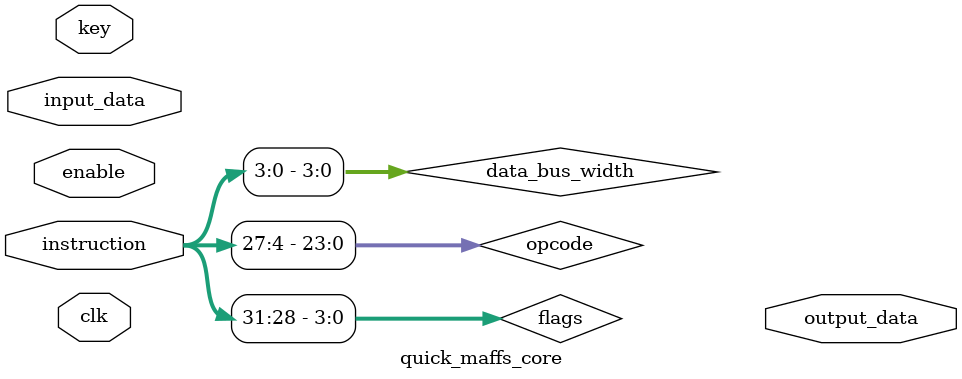
<source format=v>
`timescale 1ns / 1ps




module quick_maffs_core(
    input enable,
    input clk,
    
    input [31:0] instruction,
    input [4095:0] input_data,
    input [255:0] key,
    output reg [4095:0] output_data
    );
    
    wire [3:0] flags;
    wire [23:0] opcode;
    wire [3:0] data_bus_width, instruction_alu;
    wire [4095:0] op1_alu, op2_alu, result_alu;
    wire [127:0] op1_multiplier, op2_multiplier;
    wire [255:0] result_multipier;
    
    // SHARED RESOURCES
    
    quick_maffs_alu alu(.op1(op1_alu), .op2(op2_alu), .instruction(instruction_alu), .result(result_alu));
    quick_maffs_multipler_dsp multipler(.op1(op1_multiplier), .op2(op2_multiplier), .result(result_multiplier));
    
    assign flags = instruction[31:28];
    assign opcode = instruction[27:4];
    assign data_bus_width = instruction[3:0];
    
    always @(posedge clk) // Instruction Decode... I guess?
        case (flags)
            4'hD: // Flag bits set to "D type instruction"
            begin
                case (opcode)
                    24'hAE5DEC: // AES Decrypt
                    begin
                        
                    end
                    24'hAE5E7C: // AES Encrypt
                    begin
                    
                    end
                    24'hAE56E7: // AES Key Generate
                    begin
                    
                    end
                    24'hB103DE: // Blowfish Decrypt
                    begin
                    
                    end
                    24'hB103E7: // Blowfish Encrypt
                    begin
                    
                    end
                    24'hB1036E: // Blowfish Key Generate
                    begin
                    
                    end
                    24'hDE5DEC: // DES Decrypt
                    begin
                    
                    end
                    24'hDE5E7C: // DES Encrypt
                    begin
                    
                    end
                    24'hDE56E7: // DES Key Generate
                    begin
                    
                    end
                    24'h54A2D1: // SHA-2 Message Digest
                    begin
                    
                    end
                    24'h3D5D16: // MD5 Message Digest
                    begin
                    
                    end
                    24'h25ADEC: // RSA Decrypt
                    begin
                    
                    end
                    24'h25AE7C: // RSA Encrypt
                    begin
                    
                    end
                    24'h25AD16: // RSA Key Pair Generate
                    begin
                    
                    end
                endcase
            end
        endcase
endmodule

</source>
